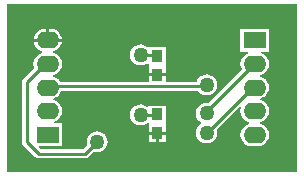
<source format=gbl>
G04*
G04 #@! TF.GenerationSoftware,Altium Limited,Altium Designer,19.1.5 (86)*
G04*
G04 Layer_Physical_Order=2*
G04 Layer_Color=16711680*
%FSLAX25Y25*%
%MOIN*%
G70*
G01*
G75*
%ADD15R,0.03740X0.03937*%
%ADD21C,0.01000*%
%ADD22O,0.07500X0.05500*%
%ADD23R,0.07500X0.05500*%
%ADD24C,0.05000*%
G36*
X197971Y101529D02*
X101529D01*
Y157471D01*
X197971D01*
Y101529D01*
D02*
G37*
%LPC*%
G36*
X116000Y149156D02*
X115500D01*
Y145874D01*
X119717D01*
X119653Y146353D01*
X119276Y147265D01*
X118675Y148048D01*
X117891Y148650D01*
X116979Y149028D01*
X116000Y149156D01*
D02*
G37*
G36*
X114500D02*
X114000D01*
X113021Y149028D01*
X112109Y148650D01*
X111326Y148048D01*
X110724Y147265D01*
X110346Y146353D01*
X110284Y145874D01*
X114500D01*
Y149156D01*
D02*
G37*
G36*
X146000Y144030D02*
X145086Y143910D01*
X144235Y143557D01*
X143504Y142996D01*
X142943Y142265D01*
X142590Y141414D01*
X142470Y140500D01*
X142590Y139586D01*
X142943Y138735D01*
X143504Y138004D01*
X144235Y137443D01*
X145086Y137090D01*
X146000Y136970D01*
X146914Y137090D01*
X147765Y137443D01*
X148130Y137723D01*
X148630Y137476D01*
X148630Y137181D01*
Y136819D01*
X148630Y136681D01*
Y134350D01*
X151500D01*
X154370D01*
Y136681D01*
X154370Y136819D01*
Y137181D01*
X154370Y137319D01*
Y143118D01*
X148630D01*
X148630Y143118D01*
Y143118D01*
X148630Y143118D01*
X148180Y143239D01*
X147765Y143557D01*
X146914Y143910D01*
X146000Y144030D01*
D02*
G37*
G36*
X119717Y144874D02*
X115000D01*
X110284D01*
X110346Y144395D01*
X110724Y143483D01*
X111326Y142700D01*
X112109Y142098D01*
X113021Y141720D01*
X113259Y141689D01*
Y141185D01*
X113021Y141154D01*
X112109Y140776D01*
X111326Y140174D01*
X110724Y139391D01*
X110346Y138479D01*
X110218Y137500D01*
X110346Y136521D01*
X110496Y136159D01*
X106919Y132581D01*
X106587Y132085D01*
X106471Y131500D01*
Y111500D01*
X106587Y110915D01*
X106919Y110419D01*
X110919Y106419D01*
X111415Y106087D01*
X112000Y105971D01*
X127500D01*
X128085Y106087D01*
X128581Y106419D01*
X130351Y108188D01*
X130586Y108090D01*
X131500Y107970D01*
X132414Y108090D01*
X133265Y108443D01*
X133996Y109004D01*
X134557Y109735D01*
X134910Y110586D01*
X135030Y111500D01*
X134910Y112414D01*
X134557Y113265D01*
X133996Y113996D01*
X133265Y114557D01*
X132414Y114910D01*
X131500Y115030D01*
X130586Y114910D01*
X129735Y114557D01*
X129004Y113996D01*
X128443Y113265D01*
X128090Y112414D01*
X127970Y111500D01*
X128090Y110586D01*
X128188Y110351D01*
X126866Y109029D01*
X112634D01*
X111997Y109666D01*
X112188Y110128D01*
X119750D01*
Y117628D01*
X117088D01*
X116979Y118098D01*
X117891Y118476D01*
X118675Y119077D01*
X119276Y119861D01*
X119653Y120773D01*
X119782Y121752D01*
X119653Y122731D01*
X119276Y123643D01*
X118675Y124426D01*
X117891Y125028D01*
X116979Y125405D01*
X116741Y125437D01*
Y125941D01*
X116979Y125972D01*
X117891Y126350D01*
X118675Y126951D01*
X119276Y127735D01*
X119606Y128534D01*
X165097D01*
X165504Y128004D01*
X166235Y127443D01*
X167086Y127090D01*
X168000Y126970D01*
X168914Y127090D01*
X169765Y127443D01*
X170496Y128004D01*
X171057Y128735D01*
X171410Y129586D01*
X171530Y130500D01*
X171410Y131414D01*
X171057Y132265D01*
X170496Y132996D01*
X169765Y133557D01*
X168914Y133910D01*
X168000Y134030D01*
X167086Y133910D01*
X166235Y133557D01*
X165504Y132996D01*
X164943Y132265D01*
X164664Y131592D01*
X154370D01*
Y133350D01*
X151500D01*
X148630D01*
Y131592D01*
X119218D01*
X118675Y132300D01*
X117891Y132902D01*
X116979Y133280D01*
X116741Y133311D01*
Y133815D01*
X116979Y133846D01*
X117891Y134224D01*
X118675Y134826D01*
X119276Y135609D01*
X119653Y136521D01*
X119782Y137500D01*
X119653Y138479D01*
X119276Y139391D01*
X118675Y140174D01*
X117891Y140776D01*
X116979Y141154D01*
X116741Y141185D01*
Y141689D01*
X116979Y141720D01*
X117891Y142098D01*
X118675Y142700D01*
X119276Y143483D01*
X119653Y144395D01*
X119717Y144874D01*
D02*
G37*
G36*
X188750Y149124D02*
X179250D01*
Y141624D01*
X181912D01*
X182021Y141154D01*
X181109Y140776D01*
X180325Y140174D01*
X179724Y139391D01*
X179347Y138479D01*
X179218Y137500D01*
X179347Y136521D01*
X179716Y135629D01*
X168545Y124458D01*
X168000Y124530D01*
X167086Y124410D01*
X166235Y124057D01*
X165504Y123496D01*
X164943Y122765D01*
X164590Y121914D01*
X164470Y121000D01*
X164590Y120086D01*
X164943Y119235D01*
X165504Y118504D01*
X166103Y118044D01*
X166145Y117888D01*
Y117612D01*
X166103Y117456D01*
X165504Y116996D01*
X164943Y116265D01*
X164590Y115414D01*
X164470Y114500D01*
X164590Y113586D01*
X164943Y112735D01*
X165504Y112004D01*
X166235Y111443D01*
X167086Y111090D01*
X168000Y110970D01*
X168914Y111090D01*
X169765Y111443D01*
X170496Y112004D01*
X171057Y112735D01*
X171410Y113586D01*
X171530Y114500D01*
X171410Y115414D01*
X171294Y115694D01*
X179141Y123541D01*
X179565Y123258D01*
X179347Y122731D01*
X179218Y121752D01*
X179347Y120773D01*
X179724Y119861D01*
X180325Y119077D01*
X181109Y118476D01*
X182021Y118098D01*
X182259Y118067D01*
Y117563D01*
X182021Y117531D01*
X181109Y117154D01*
X180325Y116552D01*
X179724Y115769D01*
X179347Y114857D01*
X179218Y113878D01*
X179347Y112899D01*
X179724Y111987D01*
X180325Y111203D01*
X181109Y110602D01*
X182021Y110224D01*
X183000Y110096D01*
X185000D01*
X185979Y110224D01*
X186891Y110602D01*
X187674Y111203D01*
X188276Y111987D01*
X188654Y112899D01*
X188782Y113878D01*
X188654Y114857D01*
X188276Y115769D01*
X187674Y116552D01*
X186891Y117154D01*
X185979Y117531D01*
X185741Y117563D01*
Y118067D01*
X185979Y118098D01*
X186891Y118476D01*
X187674Y119077D01*
X188276Y119861D01*
X188654Y120773D01*
X188782Y121752D01*
X188654Y122731D01*
X188276Y123643D01*
X187674Y124426D01*
X186891Y125028D01*
X185979Y125405D01*
X185741Y125437D01*
Y125941D01*
X185979Y125972D01*
X186891Y126350D01*
X187674Y126952D01*
X188276Y127735D01*
X188654Y128647D01*
X188782Y129626D01*
X188654Y130605D01*
X188276Y131517D01*
X187674Y132300D01*
X186891Y132902D01*
X185979Y133280D01*
X185741Y133311D01*
Y133815D01*
X185979Y133846D01*
X186891Y134224D01*
X187674Y134826D01*
X188276Y135609D01*
X188654Y136521D01*
X188782Y137500D01*
X188654Y138479D01*
X188276Y139391D01*
X187674Y140174D01*
X186891Y140776D01*
X185979Y141154D01*
X186088Y141624D01*
X188750D01*
Y149124D01*
D02*
G37*
G36*
X146000Y124030D02*
X145086Y123910D01*
X144235Y123557D01*
X143504Y122996D01*
X142943Y122265D01*
X142590Y121414D01*
X142470Y120500D01*
X142590Y119586D01*
X142943Y118735D01*
X143504Y118004D01*
X144235Y117443D01*
X145086Y117090D01*
X146000Y116970D01*
X146914Y117090D01*
X147765Y117443D01*
X148130Y117723D01*
X148630Y117681D01*
Y117319D01*
X148630Y117181D01*
Y114850D01*
X151500D01*
Y114350D01*
D01*
Y114850D01*
X154370D01*
Y117181D01*
X154370Y117319D01*
Y117681D01*
X154370Y117819D01*
Y123618D01*
X148630D01*
Y123524D01*
X148130Y123277D01*
X147765Y123557D01*
X146914Y123910D01*
X146000Y124030D01*
D02*
G37*
G36*
X154370Y113850D02*
X152000D01*
Y111382D01*
X154370D01*
Y113850D01*
D02*
G37*
G36*
X151000D02*
X148630D01*
Y111382D01*
X151000D01*
Y113850D01*
D02*
G37*
%LPD*%
D15*
X151500Y120650D02*
D03*
Y114350D02*
D03*
Y140150D02*
D03*
Y133850D02*
D03*
D21*
X115000Y129626D02*
X115437Y130063D01*
X167563D01*
X168000Y130500D01*
X127500Y107500D02*
X131500Y111500D01*
X112000Y107500D02*
X127500D01*
X108000Y111500D02*
X112000Y107500D01*
X108000Y111500D02*
Y131500D01*
X114000Y137500D01*
X168000Y114500D02*
Y114563D01*
X183063Y129626D01*
X184000D01*
X168000Y121000D02*
Y121750D01*
X183750Y137500D01*
X184000D01*
X114000D02*
X115000D01*
X146000Y120500D02*
X151350D01*
X151500Y120650D01*
X146000Y140500D02*
X151150D01*
X151500Y140150D01*
D22*
X184000Y129626D02*
D03*
Y137500D02*
D03*
Y121752D02*
D03*
Y113878D02*
D03*
X115000Y129626D02*
D03*
Y121752D02*
D03*
Y137500D02*
D03*
Y145374D02*
D03*
D23*
X184000Y145374D02*
D03*
X115000Y113878D02*
D03*
D24*
X131500Y111500D02*
D03*
X168000Y114500D02*
D03*
Y121000D02*
D03*
Y130500D02*
D03*
X146000Y120500D02*
D03*
Y140500D02*
D03*
M02*

</source>
